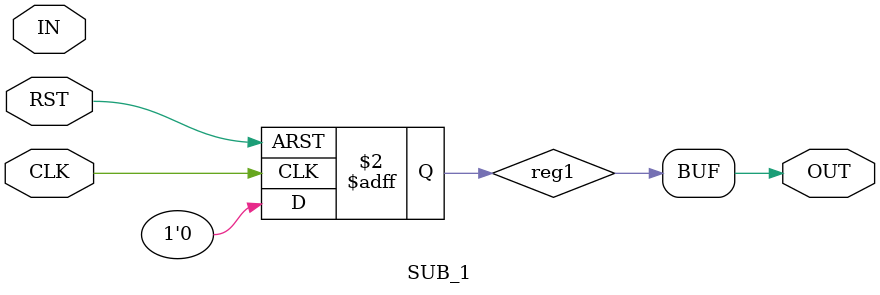
<source format=v>
module SUB_1(CLK,RST,IN, OUT);
  input CLK, RST, IN;
  output OUT;
  reg reg1;
  wire IN;
  wire OUT = reg1;
  always @(posedge CLK or negedge RST) begin
    if(RST) begin
      reg1 <= 1'b0;
    end else begin
      reg1 <= 1'b1;
    end
  end
endmodule
</source>
